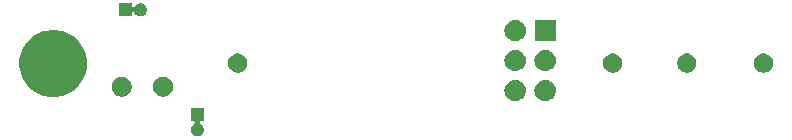
<source format=gbr>
G04 #@! TF.GenerationSoftware,KiCad,Pcbnew,(5.0.2)-1*
G04 #@! TF.CreationDate,2019-09-14T00:07:01-04:00*
G04 #@! TF.ProjectId,TARC Altimeter,54415243-2041-46c7-9469-6d657465722e,0.1*
G04 #@! TF.SameCoordinates,Original*
G04 #@! TF.FileFunction,Soldermask,Top*
G04 #@! TF.FilePolarity,Negative*
%FSLAX46Y46*%
G04 Gerber Fmt 4.6, Leading zero omitted, Abs format (unit mm)*
G04 Created by KiCad (PCBNEW (5.0.2)-1) date 9/14/2019 12:07:01 AM*
%MOMM*%
%LPD*%
G01*
G04 APERTURE LIST*
%ADD10C,0.100000*%
G04 APERTURE END LIST*
D10*
G36*
X120947000Y-102913000D02*
X120718738Y-102913000D01*
X120694352Y-102915402D01*
X120670903Y-102922515D01*
X120649292Y-102934066D01*
X120630350Y-102949612D01*
X120614804Y-102968554D01*
X120603253Y-102990165D01*
X120596140Y-103013614D01*
X120593738Y-103038000D01*
X120596140Y-103062386D01*
X120603253Y-103085835D01*
X120614804Y-103107446D01*
X120630350Y-103126388D01*
X120659808Y-103148236D01*
X120703600Y-103171644D01*
X120787501Y-103240499D01*
X120856356Y-103324400D01*
X120907521Y-103420121D01*
X120939027Y-103523985D01*
X120949666Y-103632000D01*
X120939027Y-103740015D01*
X120907521Y-103843879D01*
X120856356Y-103939600D01*
X120787501Y-104023501D01*
X120703600Y-104092356D01*
X120607879Y-104143521D01*
X120504015Y-104175027D01*
X120423067Y-104183000D01*
X120368933Y-104183000D01*
X120287985Y-104175027D01*
X120184121Y-104143521D01*
X120088400Y-104092356D01*
X120004499Y-104023501D01*
X119935644Y-103939600D01*
X119884479Y-103843879D01*
X119852973Y-103740015D01*
X119842334Y-103632000D01*
X119852973Y-103523985D01*
X119884479Y-103420121D01*
X119935644Y-103324400D01*
X120004499Y-103240499D01*
X120088400Y-103171644D01*
X120132195Y-103148234D01*
X120152561Y-103134626D01*
X120169889Y-103117299D01*
X120183502Y-103096924D01*
X120192880Y-103074285D01*
X120197660Y-103050252D01*
X120197660Y-103025748D01*
X120192879Y-103001714D01*
X120183502Y-102979075D01*
X120169888Y-102958701D01*
X120152561Y-102941373D01*
X120132186Y-102927760D01*
X120109547Y-102918382D01*
X120073262Y-102913000D01*
X119845000Y-102913000D01*
X119845000Y-101811000D01*
X120947000Y-101811000D01*
X120947000Y-102913000D01*
X120947000Y-102913000D01*
G37*
G36*
X149970443Y-99435519D02*
X150036627Y-99442037D01*
X150149853Y-99476384D01*
X150206467Y-99493557D01*
X150345087Y-99567652D01*
X150362991Y-99577222D01*
X150398729Y-99606552D01*
X150500186Y-99689814D01*
X150583448Y-99791271D01*
X150612778Y-99827009D01*
X150612779Y-99827011D01*
X150696443Y-99983533D01*
X150696443Y-99983534D01*
X150747963Y-100153373D01*
X150765359Y-100330000D01*
X150747963Y-100506627D01*
X150728580Y-100570524D01*
X150696443Y-100676467D01*
X150638196Y-100785438D01*
X150612778Y-100832991D01*
X150597998Y-100851000D01*
X150500186Y-100970186D01*
X150398729Y-101053448D01*
X150362991Y-101082778D01*
X150362989Y-101082779D01*
X150206467Y-101166443D01*
X150149853Y-101183616D01*
X150036627Y-101217963D01*
X149970443Y-101224481D01*
X149904260Y-101231000D01*
X149815740Y-101231000D01*
X149749558Y-101224482D01*
X149683373Y-101217963D01*
X149570147Y-101183616D01*
X149513533Y-101166443D01*
X149357011Y-101082779D01*
X149357009Y-101082778D01*
X149321271Y-101053448D01*
X149219814Y-100970186D01*
X149122002Y-100851000D01*
X149107222Y-100832991D01*
X149081804Y-100785438D01*
X149023557Y-100676467D01*
X148991420Y-100570524D01*
X148972037Y-100506627D01*
X148954641Y-100330000D01*
X148972037Y-100153373D01*
X149023557Y-99983534D01*
X149023557Y-99983533D01*
X149107221Y-99827011D01*
X149107222Y-99827009D01*
X149136552Y-99791271D01*
X149219814Y-99689814D01*
X149321271Y-99606552D01*
X149357009Y-99577222D01*
X149374913Y-99567652D01*
X149513533Y-99493557D01*
X149570147Y-99476384D01*
X149683373Y-99442037D01*
X149749558Y-99435518D01*
X149815740Y-99429000D01*
X149904260Y-99429000D01*
X149970443Y-99435519D01*
X149970443Y-99435519D01*
G37*
G36*
X147430443Y-99435519D02*
X147496627Y-99442037D01*
X147609853Y-99476384D01*
X147666467Y-99493557D01*
X147805087Y-99567652D01*
X147822991Y-99577222D01*
X147858729Y-99606552D01*
X147960186Y-99689814D01*
X148043448Y-99791271D01*
X148072778Y-99827009D01*
X148072779Y-99827011D01*
X148156443Y-99983533D01*
X148156443Y-99983534D01*
X148207963Y-100153373D01*
X148225359Y-100330000D01*
X148207963Y-100506627D01*
X148188580Y-100570524D01*
X148156443Y-100676467D01*
X148098196Y-100785438D01*
X148072778Y-100832991D01*
X148057998Y-100851000D01*
X147960186Y-100970186D01*
X147858729Y-101053448D01*
X147822991Y-101082778D01*
X147822989Y-101082779D01*
X147666467Y-101166443D01*
X147609853Y-101183616D01*
X147496627Y-101217963D01*
X147430443Y-101224481D01*
X147364260Y-101231000D01*
X147275740Y-101231000D01*
X147209558Y-101224482D01*
X147143373Y-101217963D01*
X147030147Y-101183616D01*
X146973533Y-101166443D01*
X146817011Y-101082779D01*
X146817009Y-101082778D01*
X146781271Y-101053448D01*
X146679814Y-100970186D01*
X146582002Y-100851000D01*
X146567222Y-100832991D01*
X146541804Y-100785438D01*
X146483557Y-100676467D01*
X146451420Y-100570524D01*
X146432037Y-100506627D01*
X146414641Y-100330000D01*
X146432037Y-100153373D01*
X146483557Y-99983534D01*
X146483557Y-99983533D01*
X146567221Y-99827011D01*
X146567222Y-99827009D01*
X146596552Y-99791271D01*
X146679814Y-99689814D01*
X146781271Y-99606552D01*
X146817009Y-99577222D01*
X146834913Y-99567652D01*
X146973533Y-99493557D01*
X147030147Y-99476384D01*
X147143373Y-99442037D01*
X147209558Y-99435518D01*
X147275740Y-99429000D01*
X147364260Y-99429000D01*
X147430443Y-99435519D01*
X147430443Y-99435519D01*
G37*
G36*
X108760202Y-95247781D02*
X109035606Y-95302562D01*
X109554455Y-95517476D01*
X109906924Y-95752989D01*
X110021410Y-95829486D01*
X110418514Y-96226590D01*
X110418516Y-96226593D01*
X110730524Y-96693545D01*
X110945438Y-97212394D01*
X110976490Y-97368502D01*
X111055000Y-97763200D01*
X111055000Y-98324800D01*
X111034037Y-98430186D01*
X110945438Y-98875606D01*
X110730524Y-99394455D01*
X110595254Y-99596900D01*
X110418514Y-99861410D01*
X110021410Y-100258514D01*
X110021407Y-100258516D01*
X109554455Y-100570524D01*
X109035606Y-100785438D01*
X108870417Y-100818296D01*
X108484800Y-100895000D01*
X107923200Y-100895000D01*
X107537583Y-100818296D01*
X107372394Y-100785438D01*
X106853545Y-100570524D01*
X106386593Y-100258516D01*
X106386590Y-100258514D01*
X105989486Y-99861410D01*
X105812746Y-99596900D01*
X105677476Y-99394455D01*
X105462562Y-98875606D01*
X105373963Y-98430186D01*
X105353000Y-98324800D01*
X105353000Y-97763200D01*
X105431510Y-97368502D01*
X105462562Y-97212394D01*
X105677476Y-96693545D01*
X105989484Y-96226593D01*
X105989486Y-96226590D01*
X106386590Y-95829486D01*
X106501076Y-95752989D01*
X106853545Y-95517476D01*
X107372394Y-95302562D01*
X107647798Y-95247781D01*
X107923200Y-95193000D01*
X108484800Y-95193000D01*
X108760202Y-95247781D01*
X108760202Y-95247781D01*
G37*
G36*
X114248228Y-99181703D02*
X114403100Y-99245853D01*
X114542481Y-99338985D01*
X114661015Y-99457519D01*
X114754147Y-99596900D01*
X114818297Y-99751772D01*
X114851000Y-99916184D01*
X114851000Y-100083816D01*
X114818297Y-100248228D01*
X114754147Y-100403100D01*
X114661015Y-100542481D01*
X114542481Y-100661015D01*
X114403100Y-100754147D01*
X114248228Y-100818297D01*
X114083816Y-100851000D01*
X113916184Y-100851000D01*
X113751772Y-100818297D01*
X113596900Y-100754147D01*
X113457519Y-100661015D01*
X113338985Y-100542481D01*
X113245853Y-100403100D01*
X113181703Y-100248228D01*
X113149000Y-100083816D01*
X113149000Y-99916184D01*
X113181703Y-99751772D01*
X113245853Y-99596900D01*
X113338985Y-99457519D01*
X113457519Y-99338985D01*
X113596900Y-99245853D01*
X113751772Y-99181703D01*
X113916184Y-99149000D01*
X114083816Y-99149000D01*
X114248228Y-99181703D01*
X114248228Y-99181703D01*
G37*
G36*
X117748228Y-99181703D02*
X117903100Y-99245853D01*
X118042481Y-99338985D01*
X118161015Y-99457519D01*
X118254147Y-99596900D01*
X118318297Y-99751772D01*
X118351000Y-99916184D01*
X118351000Y-100083816D01*
X118318297Y-100248228D01*
X118254147Y-100403100D01*
X118161015Y-100542481D01*
X118042481Y-100661015D01*
X117903100Y-100754147D01*
X117748228Y-100818297D01*
X117583816Y-100851000D01*
X117416184Y-100851000D01*
X117251772Y-100818297D01*
X117096900Y-100754147D01*
X116957519Y-100661015D01*
X116838985Y-100542481D01*
X116745853Y-100403100D01*
X116681703Y-100248228D01*
X116649000Y-100083816D01*
X116649000Y-99916184D01*
X116681703Y-99751772D01*
X116745853Y-99596900D01*
X116838985Y-99457519D01*
X116957519Y-99338985D01*
X117096900Y-99245853D01*
X117251772Y-99181703D01*
X117416184Y-99149000D01*
X117583816Y-99149000D01*
X117748228Y-99181703D01*
X117748228Y-99181703D01*
G37*
G36*
X124062142Y-97218242D02*
X124210102Y-97279530D01*
X124343258Y-97368502D01*
X124456498Y-97481742D01*
X124545470Y-97614898D01*
X124606758Y-97762858D01*
X124638000Y-97919925D01*
X124638000Y-98080075D01*
X124606758Y-98237142D01*
X124545470Y-98385102D01*
X124456498Y-98518258D01*
X124343258Y-98631498D01*
X124210102Y-98720470D01*
X124062142Y-98781758D01*
X123905075Y-98813000D01*
X123744925Y-98813000D01*
X123587858Y-98781758D01*
X123439898Y-98720470D01*
X123306742Y-98631498D01*
X123193502Y-98518258D01*
X123104530Y-98385102D01*
X123043242Y-98237142D01*
X123012000Y-98080075D01*
X123012000Y-97919925D01*
X123043242Y-97762858D01*
X123104530Y-97614898D01*
X123193502Y-97481742D01*
X123306742Y-97368502D01*
X123439898Y-97279530D01*
X123587858Y-97218242D01*
X123744925Y-97187000D01*
X123905075Y-97187000D01*
X124062142Y-97218242D01*
X124062142Y-97218242D01*
G37*
G36*
X155812142Y-97218242D02*
X155960102Y-97279530D01*
X156093258Y-97368502D01*
X156206498Y-97481742D01*
X156295470Y-97614898D01*
X156356758Y-97762858D01*
X156388000Y-97919925D01*
X156388000Y-98080075D01*
X156356758Y-98237142D01*
X156295470Y-98385102D01*
X156206498Y-98518258D01*
X156093258Y-98631498D01*
X155960102Y-98720470D01*
X155812142Y-98781758D01*
X155655075Y-98813000D01*
X155494925Y-98813000D01*
X155337858Y-98781758D01*
X155189898Y-98720470D01*
X155056742Y-98631498D01*
X154943502Y-98518258D01*
X154854530Y-98385102D01*
X154793242Y-98237142D01*
X154762000Y-98080075D01*
X154762000Y-97919925D01*
X154793242Y-97762858D01*
X154854530Y-97614898D01*
X154943502Y-97481742D01*
X155056742Y-97368502D01*
X155189898Y-97279530D01*
X155337858Y-97218242D01*
X155494925Y-97187000D01*
X155655075Y-97187000D01*
X155812142Y-97218242D01*
X155812142Y-97218242D01*
G37*
G36*
X168587142Y-97218242D02*
X168735102Y-97279530D01*
X168868258Y-97368502D01*
X168981498Y-97481742D01*
X169070470Y-97614898D01*
X169131758Y-97762858D01*
X169163000Y-97919925D01*
X169163000Y-98080075D01*
X169131758Y-98237142D01*
X169070470Y-98385102D01*
X168981498Y-98518258D01*
X168868258Y-98631498D01*
X168735102Y-98720470D01*
X168587142Y-98781758D01*
X168430075Y-98813000D01*
X168269925Y-98813000D01*
X168112858Y-98781758D01*
X167964898Y-98720470D01*
X167831742Y-98631498D01*
X167718502Y-98518258D01*
X167629530Y-98385102D01*
X167568242Y-98237142D01*
X167537000Y-98080075D01*
X167537000Y-97919925D01*
X167568242Y-97762858D01*
X167629530Y-97614898D01*
X167718502Y-97481742D01*
X167831742Y-97368502D01*
X167964898Y-97279530D01*
X168112858Y-97218242D01*
X168269925Y-97187000D01*
X168430075Y-97187000D01*
X168587142Y-97218242D01*
X168587142Y-97218242D01*
G37*
G36*
X162087142Y-97218242D02*
X162235102Y-97279530D01*
X162368258Y-97368502D01*
X162481498Y-97481742D01*
X162570470Y-97614898D01*
X162631758Y-97762858D01*
X162663000Y-97919925D01*
X162663000Y-98080075D01*
X162631758Y-98237142D01*
X162570470Y-98385102D01*
X162481498Y-98518258D01*
X162368258Y-98631498D01*
X162235102Y-98720470D01*
X162087142Y-98781758D01*
X161930075Y-98813000D01*
X161769925Y-98813000D01*
X161612858Y-98781758D01*
X161464898Y-98720470D01*
X161331742Y-98631498D01*
X161218502Y-98518258D01*
X161129530Y-98385102D01*
X161068242Y-98237142D01*
X161037000Y-98080075D01*
X161037000Y-97919925D01*
X161068242Y-97762858D01*
X161129530Y-97614898D01*
X161218502Y-97481742D01*
X161331742Y-97368502D01*
X161464898Y-97279530D01*
X161612858Y-97218242D01*
X161769925Y-97187000D01*
X161930075Y-97187000D01*
X162087142Y-97218242D01*
X162087142Y-97218242D01*
G37*
G36*
X147430442Y-96895518D02*
X147496627Y-96902037D01*
X147609853Y-96936384D01*
X147666467Y-96953557D01*
X147805087Y-97027652D01*
X147822991Y-97037222D01*
X147858729Y-97066552D01*
X147960186Y-97149814D01*
X148016343Y-97218243D01*
X148072778Y-97287009D01*
X148072779Y-97287011D01*
X148156443Y-97443533D01*
X148156443Y-97443534D01*
X148207963Y-97613373D01*
X148225359Y-97790000D01*
X148207963Y-97966627D01*
X148173616Y-98079853D01*
X148156443Y-98136467D01*
X148102630Y-98237142D01*
X148072778Y-98292991D01*
X148046674Y-98324799D01*
X147960186Y-98430186D01*
X147858729Y-98513448D01*
X147822991Y-98542778D01*
X147822989Y-98542779D01*
X147666467Y-98626443D01*
X147649799Y-98631499D01*
X147496627Y-98677963D01*
X147430442Y-98684482D01*
X147364260Y-98691000D01*
X147275740Y-98691000D01*
X147209558Y-98684482D01*
X147143373Y-98677963D01*
X146990201Y-98631499D01*
X146973533Y-98626443D01*
X146817011Y-98542779D01*
X146817009Y-98542778D01*
X146781271Y-98513448D01*
X146679814Y-98430186D01*
X146593326Y-98324799D01*
X146567222Y-98292991D01*
X146537370Y-98237142D01*
X146483557Y-98136467D01*
X146466384Y-98079853D01*
X146432037Y-97966627D01*
X146414641Y-97790000D01*
X146432037Y-97613373D01*
X146483557Y-97443534D01*
X146483557Y-97443533D01*
X146567221Y-97287011D01*
X146567222Y-97287009D01*
X146623657Y-97218243D01*
X146679814Y-97149814D01*
X146781271Y-97066552D01*
X146817009Y-97037222D01*
X146834913Y-97027652D01*
X146973533Y-96953557D01*
X147030147Y-96936384D01*
X147143373Y-96902037D01*
X147209558Y-96895518D01*
X147275740Y-96889000D01*
X147364260Y-96889000D01*
X147430442Y-96895518D01*
X147430442Y-96895518D01*
G37*
G36*
X149970442Y-96895518D02*
X150036627Y-96902037D01*
X150149853Y-96936384D01*
X150206467Y-96953557D01*
X150345087Y-97027652D01*
X150362991Y-97037222D01*
X150398729Y-97066552D01*
X150500186Y-97149814D01*
X150556343Y-97218243D01*
X150612778Y-97287009D01*
X150612779Y-97287011D01*
X150696443Y-97443533D01*
X150696443Y-97443534D01*
X150747963Y-97613373D01*
X150765359Y-97790000D01*
X150747963Y-97966627D01*
X150713616Y-98079853D01*
X150696443Y-98136467D01*
X150642630Y-98237142D01*
X150612778Y-98292991D01*
X150586674Y-98324799D01*
X150500186Y-98430186D01*
X150398729Y-98513448D01*
X150362991Y-98542778D01*
X150362989Y-98542779D01*
X150206467Y-98626443D01*
X150189799Y-98631499D01*
X150036627Y-98677963D01*
X149970442Y-98684482D01*
X149904260Y-98691000D01*
X149815740Y-98691000D01*
X149749558Y-98684482D01*
X149683373Y-98677963D01*
X149530201Y-98631499D01*
X149513533Y-98626443D01*
X149357011Y-98542779D01*
X149357009Y-98542778D01*
X149321271Y-98513448D01*
X149219814Y-98430186D01*
X149133326Y-98324799D01*
X149107222Y-98292991D01*
X149077370Y-98237142D01*
X149023557Y-98136467D01*
X149006384Y-98079853D01*
X148972037Y-97966627D01*
X148954641Y-97790000D01*
X148972037Y-97613373D01*
X149023557Y-97443534D01*
X149023557Y-97443533D01*
X149107221Y-97287011D01*
X149107222Y-97287009D01*
X149163657Y-97218243D01*
X149219814Y-97149814D01*
X149321271Y-97066552D01*
X149357009Y-97037222D01*
X149374913Y-97027652D01*
X149513533Y-96953557D01*
X149570147Y-96936384D01*
X149683373Y-96902037D01*
X149749558Y-96895518D01*
X149815740Y-96889000D01*
X149904260Y-96889000D01*
X149970442Y-96895518D01*
X149970442Y-96895518D01*
G37*
G36*
X147430442Y-94355518D02*
X147496627Y-94362037D01*
X147609853Y-94396384D01*
X147666467Y-94413557D01*
X147805087Y-94487652D01*
X147822991Y-94497222D01*
X147858729Y-94526552D01*
X147960186Y-94609814D01*
X148043448Y-94711271D01*
X148072778Y-94747009D01*
X148072779Y-94747011D01*
X148156443Y-94903533D01*
X148156443Y-94903534D01*
X148207963Y-95073373D01*
X148225359Y-95250000D01*
X148207963Y-95426627D01*
X148180404Y-95517476D01*
X148156443Y-95596467D01*
X148082348Y-95735087D01*
X148072778Y-95752991D01*
X148043448Y-95788729D01*
X147960186Y-95890186D01*
X147858729Y-95973448D01*
X147822991Y-96002778D01*
X147822989Y-96002779D01*
X147666467Y-96086443D01*
X147609853Y-96103616D01*
X147496627Y-96137963D01*
X147430443Y-96144481D01*
X147364260Y-96151000D01*
X147275740Y-96151000D01*
X147209558Y-96144482D01*
X147143373Y-96137963D01*
X147030147Y-96103616D01*
X146973533Y-96086443D01*
X146817011Y-96002779D01*
X146817009Y-96002778D01*
X146781271Y-95973448D01*
X146679814Y-95890186D01*
X146596552Y-95788729D01*
X146567222Y-95752991D01*
X146557652Y-95735087D01*
X146483557Y-95596467D01*
X146459596Y-95517476D01*
X146432037Y-95426627D01*
X146414641Y-95250000D01*
X146432037Y-95073373D01*
X146483557Y-94903534D01*
X146483557Y-94903533D01*
X146567221Y-94747011D01*
X146567222Y-94747009D01*
X146596552Y-94711271D01*
X146679814Y-94609814D01*
X146781271Y-94526552D01*
X146817009Y-94497222D01*
X146834913Y-94487652D01*
X146973533Y-94413557D01*
X147030147Y-94396384D01*
X147143373Y-94362037D01*
X147209557Y-94355519D01*
X147275740Y-94349000D01*
X147364260Y-94349000D01*
X147430442Y-94355518D01*
X147430442Y-94355518D01*
G37*
G36*
X150761000Y-96151000D02*
X148959000Y-96151000D01*
X148959000Y-94349000D01*
X150761000Y-94349000D01*
X150761000Y-96151000D01*
X150761000Y-96151000D01*
G37*
G36*
X114851000Y-93177262D02*
X114853402Y-93201648D01*
X114860515Y-93225097D01*
X114872066Y-93246708D01*
X114887612Y-93265650D01*
X114906554Y-93281196D01*
X114928165Y-93292747D01*
X114951614Y-93299860D01*
X114976000Y-93302262D01*
X115000386Y-93299860D01*
X115023835Y-93292747D01*
X115045446Y-93281196D01*
X115064388Y-93265650D01*
X115086236Y-93236192D01*
X115109644Y-93192400D01*
X115178499Y-93108499D01*
X115262400Y-93039644D01*
X115358121Y-92988479D01*
X115461985Y-92956973D01*
X115542933Y-92949000D01*
X115597067Y-92949000D01*
X115678015Y-92956973D01*
X115781879Y-92988479D01*
X115877600Y-93039644D01*
X115961501Y-93108499D01*
X116030356Y-93192400D01*
X116081521Y-93288121D01*
X116113027Y-93391985D01*
X116123666Y-93500000D01*
X116113027Y-93608015D01*
X116081521Y-93711879D01*
X116030356Y-93807600D01*
X115961501Y-93891501D01*
X115877600Y-93960356D01*
X115781879Y-94011521D01*
X115678015Y-94043027D01*
X115597067Y-94051000D01*
X115542933Y-94051000D01*
X115461985Y-94043027D01*
X115358121Y-94011521D01*
X115262400Y-93960356D01*
X115178499Y-93891501D01*
X115109644Y-93807600D01*
X115086234Y-93763805D01*
X115072626Y-93743439D01*
X115055299Y-93726111D01*
X115034924Y-93712498D01*
X115012285Y-93703120D01*
X114988252Y-93698340D01*
X114963748Y-93698340D01*
X114939714Y-93703121D01*
X114917075Y-93712498D01*
X114896701Y-93726112D01*
X114879373Y-93743439D01*
X114865760Y-93763814D01*
X114856382Y-93786453D01*
X114851000Y-93822738D01*
X114851000Y-94051000D01*
X113749000Y-94051000D01*
X113749000Y-92949000D01*
X114851000Y-92949000D01*
X114851000Y-93177262D01*
X114851000Y-93177262D01*
G37*
M02*

</source>
